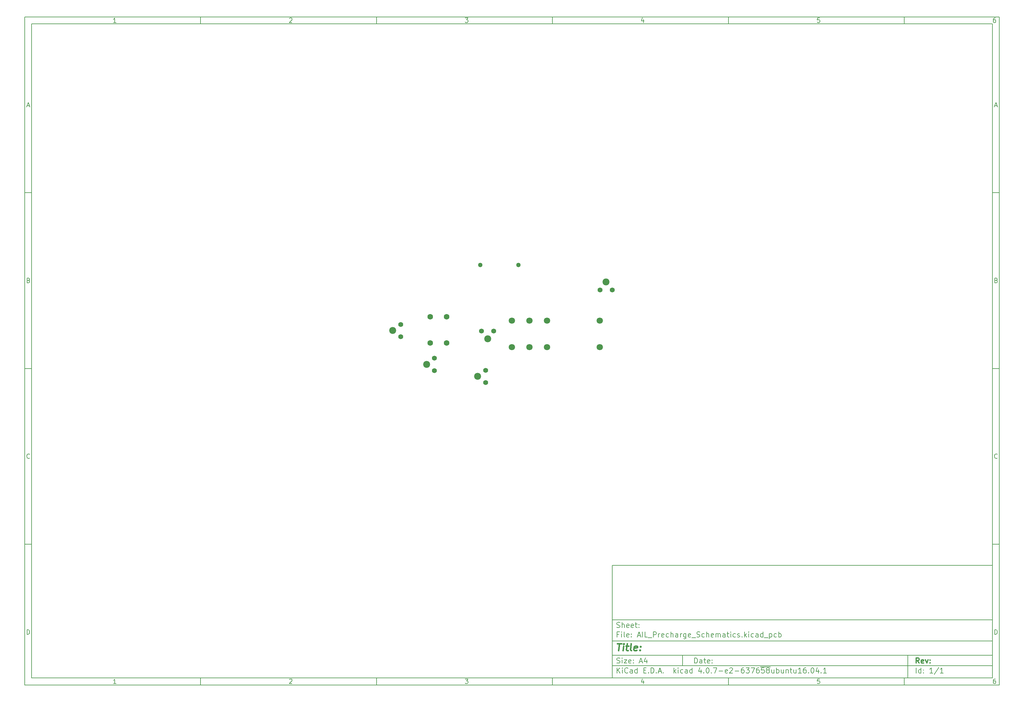
<source format=gbr>
G04 #@! TF.FileFunction,Soldermask,Bot*
%FSLAX46Y46*%
G04 Gerber Fmt 4.6, Leading zero omitted, Abs format (unit mm)*
G04 Created by KiCad (PCBNEW 4.0.7-e2-6376~58~ubuntu16.04.1) date Thu Nov  9 22:46:50 2017*
%MOMM*%
%LPD*%
G01*
G04 APERTURE LIST*
%ADD10C,0.100000*%
%ADD11C,0.150000*%
%ADD12C,0.300000*%
%ADD13C,0.400000*%
%ADD14C,1.397000*%
%ADD15C,1.981000*%
%ADD16C,1.600000*%
%ADD17C,1.800000*%
%ADD18C,1.300000*%
G04 APERTURE END LIST*
D10*
D11*
X177002200Y-166007200D02*
X177002200Y-198007200D01*
X285002200Y-198007200D01*
X285002200Y-166007200D01*
X177002200Y-166007200D01*
D10*
D11*
X10000000Y-10000000D02*
X10000000Y-200007200D01*
X287002200Y-200007200D01*
X287002200Y-10000000D01*
X10000000Y-10000000D01*
D10*
D11*
X12000000Y-12000000D02*
X12000000Y-198007200D01*
X285002200Y-198007200D01*
X285002200Y-12000000D01*
X12000000Y-12000000D01*
D10*
D11*
X60000000Y-12000000D02*
X60000000Y-10000000D01*
D10*
D11*
X110000000Y-12000000D02*
X110000000Y-10000000D01*
D10*
D11*
X160000000Y-12000000D02*
X160000000Y-10000000D01*
D10*
D11*
X210000000Y-12000000D02*
X210000000Y-10000000D01*
D10*
D11*
X260000000Y-12000000D02*
X260000000Y-10000000D01*
D10*
D11*
X35990476Y-11588095D02*
X35247619Y-11588095D01*
X35619048Y-11588095D02*
X35619048Y-10288095D01*
X35495238Y-10473810D01*
X35371429Y-10597619D01*
X35247619Y-10659524D01*
D10*
D11*
X85247619Y-10411905D02*
X85309524Y-10350000D01*
X85433333Y-10288095D01*
X85742857Y-10288095D01*
X85866667Y-10350000D01*
X85928571Y-10411905D01*
X85990476Y-10535714D01*
X85990476Y-10659524D01*
X85928571Y-10845238D01*
X85185714Y-11588095D01*
X85990476Y-11588095D01*
D10*
D11*
X135185714Y-10288095D02*
X135990476Y-10288095D01*
X135557143Y-10783333D01*
X135742857Y-10783333D01*
X135866667Y-10845238D01*
X135928571Y-10907143D01*
X135990476Y-11030952D01*
X135990476Y-11340476D01*
X135928571Y-11464286D01*
X135866667Y-11526190D01*
X135742857Y-11588095D01*
X135371429Y-11588095D01*
X135247619Y-11526190D01*
X135185714Y-11464286D01*
D10*
D11*
X185866667Y-10721429D02*
X185866667Y-11588095D01*
X185557143Y-10226190D02*
X185247619Y-11154762D01*
X186052381Y-11154762D01*
D10*
D11*
X235928571Y-10288095D02*
X235309524Y-10288095D01*
X235247619Y-10907143D01*
X235309524Y-10845238D01*
X235433333Y-10783333D01*
X235742857Y-10783333D01*
X235866667Y-10845238D01*
X235928571Y-10907143D01*
X235990476Y-11030952D01*
X235990476Y-11340476D01*
X235928571Y-11464286D01*
X235866667Y-11526190D01*
X235742857Y-11588095D01*
X235433333Y-11588095D01*
X235309524Y-11526190D01*
X235247619Y-11464286D01*
D10*
D11*
X285866667Y-10288095D02*
X285619048Y-10288095D01*
X285495238Y-10350000D01*
X285433333Y-10411905D01*
X285309524Y-10597619D01*
X285247619Y-10845238D01*
X285247619Y-11340476D01*
X285309524Y-11464286D01*
X285371429Y-11526190D01*
X285495238Y-11588095D01*
X285742857Y-11588095D01*
X285866667Y-11526190D01*
X285928571Y-11464286D01*
X285990476Y-11340476D01*
X285990476Y-11030952D01*
X285928571Y-10907143D01*
X285866667Y-10845238D01*
X285742857Y-10783333D01*
X285495238Y-10783333D01*
X285371429Y-10845238D01*
X285309524Y-10907143D01*
X285247619Y-11030952D01*
D10*
D11*
X60000000Y-198007200D02*
X60000000Y-200007200D01*
D10*
D11*
X110000000Y-198007200D02*
X110000000Y-200007200D01*
D10*
D11*
X160000000Y-198007200D02*
X160000000Y-200007200D01*
D10*
D11*
X210000000Y-198007200D02*
X210000000Y-200007200D01*
D10*
D11*
X260000000Y-198007200D02*
X260000000Y-200007200D01*
D10*
D11*
X35990476Y-199595295D02*
X35247619Y-199595295D01*
X35619048Y-199595295D02*
X35619048Y-198295295D01*
X35495238Y-198481010D01*
X35371429Y-198604819D01*
X35247619Y-198666724D01*
D10*
D11*
X85247619Y-198419105D02*
X85309524Y-198357200D01*
X85433333Y-198295295D01*
X85742857Y-198295295D01*
X85866667Y-198357200D01*
X85928571Y-198419105D01*
X85990476Y-198542914D01*
X85990476Y-198666724D01*
X85928571Y-198852438D01*
X85185714Y-199595295D01*
X85990476Y-199595295D01*
D10*
D11*
X135185714Y-198295295D02*
X135990476Y-198295295D01*
X135557143Y-198790533D01*
X135742857Y-198790533D01*
X135866667Y-198852438D01*
X135928571Y-198914343D01*
X135990476Y-199038152D01*
X135990476Y-199347676D01*
X135928571Y-199471486D01*
X135866667Y-199533390D01*
X135742857Y-199595295D01*
X135371429Y-199595295D01*
X135247619Y-199533390D01*
X135185714Y-199471486D01*
D10*
D11*
X185866667Y-198728629D02*
X185866667Y-199595295D01*
X185557143Y-198233390D02*
X185247619Y-199161962D01*
X186052381Y-199161962D01*
D10*
D11*
X235928571Y-198295295D02*
X235309524Y-198295295D01*
X235247619Y-198914343D01*
X235309524Y-198852438D01*
X235433333Y-198790533D01*
X235742857Y-198790533D01*
X235866667Y-198852438D01*
X235928571Y-198914343D01*
X235990476Y-199038152D01*
X235990476Y-199347676D01*
X235928571Y-199471486D01*
X235866667Y-199533390D01*
X235742857Y-199595295D01*
X235433333Y-199595295D01*
X235309524Y-199533390D01*
X235247619Y-199471486D01*
D10*
D11*
X285866667Y-198295295D02*
X285619048Y-198295295D01*
X285495238Y-198357200D01*
X285433333Y-198419105D01*
X285309524Y-198604819D01*
X285247619Y-198852438D01*
X285247619Y-199347676D01*
X285309524Y-199471486D01*
X285371429Y-199533390D01*
X285495238Y-199595295D01*
X285742857Y-199595295D01*
X285866667Y-199533390D01*
X285928571Y-199471486D01*
X285990476Y-199347676D01*
X285990476Y-199038152D01*
X285928571Y-198914343D01*
X285866667Y-198852438D01*
X285742857Y-198790533D01*
X285495238Y-198790533D01*
X285371429Y-198852438D01*
X285309524Y-198914343D01*
X285247619Y-199038152D01*
D10*
D11*
X10000000Y-60000000D02*
X12000000Y-60000000D01*
D10*
D11*
X10000000Y-110000000D02*
X12000000Y-110000000D01*
D10*
D11*
X10000000Y-160000000D02*
X12000000Y-160000000D01*
D10*
D11*
X10690476Y-35216667D02*
X11309524Y-35216667D01*
X10566667Y-35588095D02*
X11000000Y-34288095D01*
X11433333Y-35588095D01*
D10*
D11*
X11092857Y-84907143D02*
X11278571Y-84969048D01*
X11340476Y-85030952D01*
X11402381Y-85154762D01*
X11402381Y-85340476D01*
X11340476Y-85464286D01*
X11278571Y-85526190D01*
X11154762Y-85588095D01*
X10659524Y-85588095D01*
X10659524Y-84288095D01*
X11092857Y-84288095D01*
X11216667Y-84350000D01*
X11278571Y-84411905D01*
X11340476Y-84535714D01*
X11340476Y-84659524D01*
X11278571Y-84783333D01*
X11216667Y-84845238D01*
X11092857Y-84907143D01*
X10659524Y-84907143D01*
D10*
D11*
X11402381Y-135464286D02*
X11340476Y-135526190D01*
X11154762Y-135588095D01*
X11030952Y-135588095D01*
X10845238Y-135526190D01*
X10721429Y-135402381D01*
X10659524Y-135278571D01*
X10597619Y-135030952D01*
X10597619Y-134845238D01*
X10659524Y-134597619D01*
X10721429Y-134473810D01*
X10845238Y-134350000D01*
X11030952Y-134288095D01*
X11154762Y-134288095D01*
X11340476Y-134350000D01*
X11402381Y-134411905D01*
D10*
D11*
X10659524Y-185588095D02*
X10659524Y-184288095D01*
X10969048Y-184288095D01*
X11154762Y-184350000D01*
X11278571Y-184473810D01*
X11340476Y-184597619D01*
X11402381Y-184845238D01*
X11402381Y-185030952D01*
X11340476Y-185278571D01*
X11278571Y-185402381D01*
X11154762Y-185526190D01*
X10969048Y-185588095D01*
X10659524Y-185588095D01*
D10*
D11*
X287002200Y-60000000D02*
X285002200Y-60000000D01*
D10*
D11*
X287002200Y-110000000D02*
X285002200Y-110000000D01*
D10*
D11*
X287002200Y-160000000D02*
X285002200Y-160000000D01*
D10*
D11*
X285692676Y-35216667D02*
X286311724Y-35216667D01*
X285568867Y-35588095D02*
X286002200Y-34288095D01*
X286435533Y-35588095D01*
D10*
D11*
X286095057Y-84907143D02*
X286280771Y-84969048D01*
X286342676Y-85030952D01*
X286404581Y-85154762D01*
X286404581Y-85340476D01*
X286342676Y-85464286D01*
X286280771Y-85526190D01*
X286156962Y-85588095D01*
X285661724Y-85588095D01*
X285661724Y-84288095D01*
X286095057Y-84288095D01*
X286218867Y-84350000D01*
X286280771Y-84411905D01*
X286342676Y-84535714D01*
X286342676Y-84659524D01*
X286280771Y-84783333D01*
X286218867Y-84845238D01*
X286095057Y-84907143D01*
X285661724Y-84907143D01*
D10*
D11*
X286404581Y-135464286D02*
X286342676Y-135526190D01*
X286156962Y-135588095D01*
X286033152Y-135588095D01*
X285847438Y-135526190D01*
X285723629Y-135402381D01*
X285661724Y-135278571D01*
X285599819Y-135030952D01*
X285599819Y-134845238D01*
X285661724Y-134597619D01*
X285723629Y-134473810D01*
X285847438Y-134350000D01*
X286033152Y-134288095D01*
X286156962Y-134288095D01*
X286342676Y-134350000D01*
X286404581Y-134411905D01*
D10*
D11*
X285661724Y-185588095D02*
X285661724Y-184288095D01*
X285971248Y-184288095D01*
X286156962Y-184350000D01*
X286280771Y-184473810D01*
X286342676Y-184597619D01*
X286404581Y-184845238D01*
X286404581Y-185030952D01*
X286342676Y-185278571D01*
X286280771Y-185402381D01*
X286156962Y-185526190D01*
X285971248Y-185588095D01*
X285661724Y-185588095D01*
D10*
D11*
X200359343Y-193785771D02*
X200359343Y-192285771D01*
X200716486Y-192285771D01*
X200930771Y-192357200D01*
X201073629Y-192500057D01*
X201145057Y-192642914D01*
X201216486Y-192928629D01*
X201216486Y-193142914D01*
X201145057Y-193428629D01*
X201073629Y-193571486D01*
X200930771Y-193714343D01*
X200716486Y-193785771D01*
X200359343Y-193785771D01*
X202502200Y-193785771D02*
X202502200Y-193000057D01*
X202430771Y-192857200D01*
X202287914Y-192785771D01*
X202002200Y-192785771D01*
X201859343Y-192857200D01*
X202502200Y-193714343D02*
X202359343Y-193785771D01*
X202002200Y-193785771D01*
X201859343Y-193714343D01*
X201787914Y-193571486D01*
X201787914Y-193428629D01*
X201859343Y-193285771D01*
X202002200Y-193214343D01*
X202359343Y-193214343D01*
X202502200Y-193142914D01*
X203002200Y-192785771D02*
X203573629Y-192785771D01*
X203216486Y-192285771D02*
X203216486Y-193571486D01*
X203287914Y-193714343D01*
X203430772Y-193785771D01*
X203573629Y-193785771D01*
X204645057Y-193714343D02*
X204502200Y-193785771D01*
X204216486Y-193785771D01*
X204073629Y-193714343D01*
X204002200Y-193571486D01*
X204002200Y-193000057D01*
X204073629Y-192857200D01*
X204216486Y-192785771D01*
X204502200Y-192785771D01*
X204645057Y-192857200D01*
X204716486Y-193000057D01*
X204716486Y-193142914D01*
X204002200Y-193285771D01*
X205359343Y-193642914D02*
X205430771Y-193714343D01*
X205359343Y-193785771D01*
X205287914Y-193714343D01*
X205359343Y-193642914D01*
X205359343Y-193785771D01*
X205359343Y-192857200D02*
X205430771Y-192928629D01*
X205359343Y-193000057D01*
X205287914Y-192928629D01*
X205359343Y-192857200D01*
X205359343Y-193000057D01*
D10*
D11*
X177002200Y-194507200D02*
X285002200Y-194507200D01*
D10*
D11*
X178359343Y-196585771D02*
X178359343Y-195085771D01*
X179216486Y-196585771D02*
X178573629Y-195728629D01*
X179216486Y-195085771D02*
X178359343Y-195942914D01*
X179859343Y-196585771D02*
X179859343Y-195585771D01*
X179859343Y-195085771D02*
X179787914Y-195157200D01*
X179859343Y-195228629D01*
X179930771Y-195157200D01*
X179859343Y-195085771D01*
X179859343Y-195228629D01*
X181430772Y-196442914D02*
X181359343Y-196514343D01*
X181145057Y-196585771D01*
X181002200Y-196585771D01*
X180787915Y-196514343D01*
X180645057Y-196371486D01*
X180573629Y-196228629D01*
X180502200Y-195942914D01*
X180502200Y-195728629D01*
X180573629Y-195442914D01*
X180645057Y-195300057D01*
X180787915Y-195157200D01*
X181002200Y-195085771D01*
X181145057Y-195085771D01*
X181359343Y-195157200D01*
X181430772Y-195228629D01*
X182716486Y-196585771D02*
X182716486Y-195800057D01*
X182645057Y-195657200D01*
X182502200Y-195585771D01*
X182216486Y-195585771D01*
X182073629Y-195657200D01*
X182716486Y-196514343D02*
X182573629Y-196585771D01*
X182216486Y-196585771D01*
X182073629Y-196514343D01*
X182002200Y-196371486D01*
X182002200Y-196228629D01*
X182073629Y-196085771D01*
X182216486Y-196014343D01*
X182573629Y-196014343D01*
X182716486Y-195942914D01*
X184073629Y-196585771D02*
X184073629Y-195085771D01*
X184073629Y-196514343D02*
X183930772Y-196585771D01*
X183645058Y-196585771D01*
X183502200Y-196514343D01*
X183430772Y-196442914D01*
X183359343Y-196300057D01*
X183359343Y-195871486D01*
X183430772Y-195728629D01*
X183502200Y-195657200D01*
X183645058Y-195585771D01*
X183930772Y-195585771D01*
X184073629Y-195657200D01*
X185930772Y-195800057D02*
X186430772Y-195800057D01*
X186645058Y-196585771D02*
X185930772Y-196585771D01*
X185930772Y-195085771D01*
X186645058Y-195085771D01*
X187287915Y-196442914D02*
X187359343Y-196514343D01*
X187287915Y-196585771D01*
X187216486Y-196514343D01*
X187287915Y-196442914D01*
X187287915Y-196585771D01*
X188002201Y-196585771D02*
X188002201Y-195085771D01*
X188359344Y-195085771D01*
X188573629Y-195157200D01*
X188716487Y-195300057D01*
X188787915Y-195442914D01*
X188859344Y-195728629D01*
X188859344Y-195942914D01*
X188787915Y-196228629D01*
X188716487Y-196371486D01*
X188573629Y-196514343D01*
X188359344Y-196585771D01*
X188002201Y-196585771D01*
X189502201Y-196442914D02*
X189573629Y-196514343D01*
X189502201Y-196585771D01*
X189430772Y-196514343D01*
X189502201Y-196442914D01*
X189502201Y-196585771D01*
X190145058Y-196157200D02*
X190859344Y-196157200D01*
X190002201Y-196585771D02*
X190502201Y-195085771D01*
X191002201Y-196585771D01*
X191502201Y-196442914D02*
X191573629Y-196514343D01*
X191502201Y-196585771D01*
X191430772Y-196514343D01*
X191502201Y-196442914D01*
X191502201Y-196585771D01*
X194502201Y-196585771D02*
X194502201Y-195085771D01*
X194645058Y-196014343D02*
X195073629Y-196585771D01*
X195073629Y-195585771D02*
X194502201Y-196157200D01*
X195716487Y-196585771D02*
X195716487Y-195585771D01*
X195716487Y-195085771D02*
X195645058Y-195157200D01*
X195716487Y-195228629D01*
X195787915Y-195157200D01*
X195716487Y-195085771D01*
X195716487Y-195228629D01*
X197073630Y-196514343D02*
X196930773Y-196585771D01*
X196645059Y-196585771D01*
X196502201Y-196514343D01*
X196430773Y-196442914D01*
X196359344Y-196300057D01*
X196359344Y-195871486D01*
X196430773Y-195728629D01*
X196502201Y-195657200D01*
X196645059Y-195585771D01*
X196930773Y-195585771D01*
X197073630Y-195657200D01*
X198359344Y-196585771D02*
X198359344Y-195800057D01*
X198287915Y-195657200D01*
X198145058Y-195585771D01*
X197859344Y-195585771D01*
X197716487Y-195657200D01*
X198359344Y-196514343D02*
X198216487Y-196585771D01*
X197859344Y-196585771D01*
X197716487Y-196514343D01*
X197645058Y-196371486D01*
X197645058Y-196228629D01*
X197716487Y-196085771D01*
X197859344Y-196014343D01*
X198216487Y-196014343D01*
X198359344Y-195942914D01*
X199716487Y-196585771D02*
X199716487Y-195085771D01*
X199716487Y-196514343D02*
X199573630Y-196585771D01*
X199287916Y-196585771D01*
X199145058Y-196514343D01*
X199073630Y-196442914D01*
X199002201Y-196300057D01*
X199002201Y-195871486D01*
X199073630Y-195728629D01*
X199145058Y-195657200D01*
X199287916Y-195585771D01*
X199573630Y-195585771D01*
X199716487Y-195657200D01*
X202216487Y-195585771D02*
X202216487Y-196585771D01*
X201859344Y-195014343D02*
X201502201Y-196085771D01*
X202430773Y-196085771D01*
X203002201Y-196442914D02*
X203073629Y-196514343D01*
X203002201Y-196585771D01*
X202930772Y-196514343D01*
X203002201Y-196442914D01*
X203002201Y-196585771D01*
X204002201Y-195085771D02*
X204145058Y-195085771D01*
X204287915Y-195157200D01*
X204359344Y-195228629D01*
X204430773Y-195371486D01*
X204502201Y-195657200D01*
X204502201Y-196014343D01*
X204430773Y-196300057D01*
X204359344Y-196442914D01*
X204287915Y-196514343D01*
X204145058Y-196585771D01*
X204002201Y-196585771D01*
X203859344Y-196514343D01*
X203787915Y-196442914D01*
X203716487Y-196300057D01*
X203645058Y-196014343D01*
X203645058Y-195657200D01*
X203716487Y-195371486D01*
X203787915Y-195228629D01*
X203859344Y-195157200D01*
X204002201Y-195085771D01*
X205145058Y-196442914D02*
X205216486Y-196514343D01*
X205145058Y-196585771D01*
X205073629Y-196514343D01*
X205145058Y-196442914D01*
X205145058Y-196585771D01*
X205716487Y-195085771D02*
X206716487Y-195085771D01*
X206073630Y-196585771D01*
X207287915Y-196014343D02*
X208430772Y-196014343D01*
X209716486Y-196514343D02*
X209573629Y-196585771D01*
X209287915Y-196585771D01*
X209145058Y-196514343D01*
X209073629Y-196371486D01*
X209073629Y-195800057D01*
X209145058Y-195657200D01*
X209287915Y-195585771D01*
X209573629Y-195585771D01*
X209716486Y-195657200D01*
X209787915Y-195800057D01*
X209787915Y-195942914D01*
X209073629Y-196085771D01*
X210359343Y-195228629D02*
X210430772Y-195157200D01*
X210573629Y-195085771D01*
X210930772Y-195085771D01*
X211073629Y-195157200D01*
X211145058Y-195228629D01*
X211216486Y-195371486D01*
X211216486Y-195514343D01*
X211145058Y-195728629D01*
X210287915Y-196585771D01*
X211216486Y-196585771D01*
X211859343Y-196014343D02*
X213002200Y-196014343D01*
X214359343Y-195085771D02*
X214073629Y-195085771D01*
X213930772Y-195157200D01*
X213859343Y-195228629D01*
X213716486Y-195442914D01*
X213645057Y-195728629D01*
X213645057Y-196300057D01*
X213716486Y-196442914D01*
X213787914Y-196514343D01*
X213930772Y-196585771D01*
X214216486Y-196585771D01*
X214359343Y-196514343D01*
X214430772Y-196442914D01*
X214502200Y-196300057D01*
X214502200Y-195942914D01*
X214430772Y-195800057D01*
X214359343Y-195728629D01*
X214216486Y-195657200D01*
X213930772Y-195657200D01*
X213787914Y-195728629D01*
X213716486Y-195800057D01*
X213645057Y-195942914D01*
X215002200Y-195085771D02*
X215930771Y-195085771D01*
X215430771Y-195657200D01*
X215645057Y-195657200D01*
X215787914Y-195728629D01*
X215859343Y-195800057D01*
X215930771Y-195942914D01*
X215930771Y-196300057D01*
X215859343Y-196442914D01*
X215787914Y-196514343D01*
X215645057Y-196585771D01*
X215216485Y-196585771D01*
X215073628Y-196514343D01*
X215002200Y-196442914D01*
X216430771Y-195085771D02*
X217430771Y-195085771D01*
X216787914Y-196585771D01*
X218645056Y-195085771D02*
X218359342Y-195085771D01*
X218216485Y-195157200D01*
X218145056Y-195228629D01*
X218002199Y-195442914D01*
X217930770Y-195728629D01*
X217930770Y-196300057D01*
X218002199Y-196442914D01*
X218073627Y-196514343D01*
X218216485Y-196585771D01*
X218502199Y-196585771D01*
X218645056Y-196514343D01*
X218716485Y-196442914D01*
X218787913Y-196300057D01*
X218787913Y-195942914D01*
X218716485Y-195800057D01*
X218645056Y-195728629D01*
X218502199Y-195657200D01*
X218216485Y-195657200D01*
X218073627Y-195728629D01*
X218002199Y-195800057D01*
X217930770Y-195942914D01*
X220145056Y-195085771D02*
X219430770Y-195085771D01*
X219359341Y-195800057D01*
X219430770Y-195728629D01*
X219573627Y-195657200D01*
X219930770Y-195657200D01*
X220073627Y-195728629D01*
X220145056Y-195800057D01*
X220216484Y-195942914D01*
X220216484Y-196300057D01*
X220145056Y-196442914D01*
X220073627Y-196514343D01*
X219930770Y-196585771D01*
X219573627Y-196585771D01*
X219430770Y-196514343D01*
X219359341Y-196442914D01*
X221073627Y-195728629D02*
X220930769Y-195657200D01*
X220859341Y-195585771D01*
X220787912Y-195442914D01*
X220787912Y-195371486D01*
X220859341Y-195228629D01*
X220930769Y-195157200D01*
X221073627Y-195085771D01*
X221359341Y-195085771D01*
X221502198Y-195157200D01*
X221573627Y-195228629D01*
X221645055Y-195371486D01*
X221645055Y-195442914D01*
X221573627Y-195585771D01*
X221502198Y-195657200D01*
X221359341Y-195728629D01*
X221073627Y-195728629D01*
X220930769Y-195800057D01*
X220859341Y-195871486D01*
X220787912Y-196014343D01*
X220787912Y-196300057D01*
X220859341Y-196442914D01*
X220930769Y-196514343D01*
X221073627Y-196585771D01*
X221359341Y-196585771D01*
X221502198Y-196514343D01*
X221573627Y-196442914D01*
X221645055Y-196300057D01*
X221645055Y-196014343D01*
X221573627Y-195871486D01*
X221502198Y-195800057D01*
X221359341Y-195728629D01*
X219073627Y-194827200D02*
X221930769Y-194827200D01*
X222930769Y-195585771D02*
X222930769Y-196585771D01*
X222287912Y-195585771D02*
X222287912Y-196371486D01*
X222359340Y-196514343D01*
X222502198Y-196585771D01*
X222716483Y-196585771D01*
X222859340Y-196514343D01*
X222930769Y-196442914D01*
X223645055Y-196585771D02*
X223645055Y-195085771D01*
X223645055Y-195657200D02*
X223787912Y-195585771D01*
X224073626Y-195585771D01*
X224216483Y-195657200D01*
X224287912Y-195728629D01*
X224359341Y-195871486D01*
X224359341Y-196300057D01*
X224287912Y-196442914D01*
X224216483Y-196514343D01*
X224073626Y-196585771D01*
X223787912Y-196585771D01*
X223645055Y-196514343D01*
X225645055Y-195585771D02*
X225645055Y-196585771D01*
X225002198Y-195585771D02*
X225002198Y-196371486D01*
X225073626Y-196514343D01*
X225216484Y-196585771D01*
X225430769Y-196585771D01*
X225573626Y-196514343D01*
X225645055Y-196442914D01*
X226359341Y-195585771D02*
X226359341Y-196585771D01*
X226359341Y-195728629D02*
X226430769Y-195657200D01*
X226573627Y-195585771D01*
X226787912Y-195585771D01*
X226930769Y-195657200D01*
X227002198Y-195800057D01*
X227002198Y-196585771D01*
X227502198Y-195585771D02*
X228073627Y-195585771D01*
X227716484Y-195085771D02*
X227716484Y-196371486D01*
X227787912Y-196514343D01*
X227930770Y-196585771D01*
X228073627Y-196585771D01*
X229216484Y-195585771D02*
X229216484Y-196585771D01*
X228573627Y-195585771D02*
X228573627Y-196371486D01*
X228645055Y-196514343D01*
X228787913Y-196585771D01*
X229002198Y-196585771D01*
X229145055Y-196514343D01*
X229216484Y-196442914D01*
X230716484Y-196585771D02*
X229859341Y-196585771D01*
X230287913Y-196585771D02*
X230287913Y-195085771D01*
X230145056Y-195300057D01*
X230002198Y-195442914D01*
X229859341Y-195514343D01*
X232002198Y-195085771D02*
X231716484Y-195085771D01*
X231573627Y-195157200D01*
X231502198Y-195228629D01*
X231359341Y-195442914D01*
X231287912Y-195728629D01*
X231287912Y-196300057D01*
X231359341Y-196442914D01*
X231430769Y-196514343D01*
X231573627Y-196585771D01*
X231859341Y-196585771D01*
X232002198Y-196514343D01*
X232073627Y-196442914D01*
X232145055Y-196300057D01*
X232145055Y-195942914D01*
X232073627Y-195800057D01*
X232002198Y-195728629D01*
X231859341Y-195657200D01*
X231573627Y-195657200D01*
X231430769Y-195728629D01*
X231359341Y-195800057D01*
X231287912Y-195942914D01*
X232787912Y-196442914D02*
X232859340Y-196514343D01*
X232787912Y-196585771D01*
X232716483Y-196514343D01*
X232787912Y-196442914D01*
X232787912Y-196585771D01*
X233787912Y-195085771D02*
X233930769Y-195085771D01*
X234073626Y-195157200D01*
X234145055Y-195228629D01*
X234216484Y-195371486D01*
X234287912Y-195657200D01*
X234287912Y-196014343D01*
X234216484Y-196300057D01*
X234145055Y-196442914D01*
X234073626Y-196514343D01*
X233930769Y-196585771D01*
X233787912Y-196585771D01*
X233645055Y-196514343D01*
X233573626Y-196442914D01*
X233502198Y-196300057D01*
X233430769Y-196014343D01*
X233430769Y-195657200D01*
X233502198Y-195371486D01*
X233573626Y-195228629D01*
X233645055Y-195157200D01*
X233787912Y-195085771D01*
X235573626Y-195585771D02*
X235573626Y-196585771D01*
X235216483Y-195014343D02*
X234859340Y-196085771D01*
X235787912Y-196085771D01*
X236359340Y-196442914D02*
X236430768Y-196514343D01*
X236359340Y-196585771D01*
X236287911Y-196514343D01*
X236359340Y-196442914D01*
X236359340Y-196585771D01*
X237859340Y-196585771D02*
X237002197Y-196585771D01*
X237430769Y-196585771D02*
X237430769Y-195085771D01*
X237287912Y-195300057D01*
X237145054Y-195442914D01*
X237002197Y-195514343D01*
D10*
D11*
X177002200Y-191507200D02*
X285002200Y-191507200D01*
D10*
D12*
X264216486Y-193785771D02*
X263716486Y-193071486D01*
X263359343Y-193785771D02*
X263359343Y-192285771D01*
X263930771Y-192285771D01*
X264073629Y-192357200D01*
X264145057Y-192428629D01*
X264216486Y-192571486D01*
X264216486Y-192785771D01*
X264145057Y-192928629D01*
X264073629Y-193000057D01*
X263930771Y-193071486D01*
X263359343Y-193071486D01*
X265430771Y-193714343D02*
X265287914Y-193785771D01*
X265002200Y-193785771D01*
X264859343Y-193714343D01*
X264787914Y-193571486D01*
X264787914Y-193000057D01*
X264859343Y-192857200D01*
X265002200Y-192785771D01*
X265287914Y-192785771D01*
X265430771Y-192857200D01*
X265502200Y-193000057D01*
X265502200Y-193142914D01*
X264787914Y-193285771D01*
X266002200Y-192785771D02*
X266359343Y-193785771D01*
X266716485Y-192785771D01*
X267287914Y-193642914D02*
X267359342Y-193714343D01*
X267287914Y-193785771D01*
X267216485Y-193714343D01*
X267287914Y-193642914D01*
X267287914Y-193785771D01*
X267287914Y-192857200D02*
X267359342Y-192928629D01*
X267287914Y-193000057D01*
X267216485Y-192928629D01*
X267287914Y-192857200D01*
X267287914Y-193000057D01*
D10*
D11*
X178287914Y-193714343D02*
X178502200Y-193785771D01*
X178859343Y-193785771D01*
X179002200Y-193714343D01*
X179073629Y-193642914D01*
X179145057Y-193500057D01*
X179145057Y-193357200D01*
X179073629Y-193214343D01*
X179002200Y-193142914D01*
X178859343Y-193071486D01*
X178573629Y-193000057D01*
X178430771Y-192928629D01*
X178359343Y-192857200D01*
X178287914Y-192714343D01*
X178287914Y-192571486D01*
X178359343Y-192428629D01*
X178430771Y-192357200D01*
X178573629Y-192285771D01*
X178930771Y-192285771D01*
X179145057Y-192357200D01*
X179787914Y-193785771D02*
X179787914Y-192785771D01*
X179787914Y-192285771D02*
X179716485Y-192357200D01*
X179787914Y-192428629D01*
X179859342Y-192357200D01*
X179787914Y-192285771D01*
X179787914Y-192428629D01*
X180359343Y-192785771D02*
X181145057Y-192785771D01*
X180359343Y-193785771D01*
X181145057Y-193785771D01*
X182287914Y-193714343D02*
X182145057Y-193785771D01*
X181859343Y-193785771D01*
X181716486Y-193714343D01*
X181645057Y-193571486D01*
X181645057Y-193000057D01*
X181716486Y-192857200D01*
X181859343Y-192785771D01*
X182145057Y-192785771D01*
X182287914Y-192857200D01*
X182359343Y-193000057D01*
X182359343Y-193142914D01*
X181645057Y-193285771D01*
X183002200Y-193642914D02*
X183073628Y-193714343D01*
X183002200Y-193785771D01*
X182930771Y-193714343D01*
X183002200Y-193642914D01*
X183002200Y-193785771D01*
X183002200Y-192857200D02*
X183073628Y-192928629D01*
X183002200Y-193000057D01*
X182930771Y-192928629D01*
X183002200Y-192857200D01*
X183002200Y-193000057D01*
X184787914Y-193357200D02*
X185502200Y-193357200D01*
X184645057Y-193785771D02*
X185145057Y-192285771D01*
X185645057Y-193785771D01*
X186787914Y-192785771D02*
X186787914Y-193785771D01*
X186430771Y-192214343D02*
X186073628Y-193285771D01*
X187002200Y-193285771D01*
D10*
D11*
X263359343Y-196585771D02*
X263359343Y-195085771D01*
X264716486Y-196585771D02*
X264716486Y-195085771D01*
X264716486Y-196514343D02*
X264573629Y-196585771D01*
X264287915Y-196585771D01*
X264145057Y-196514343D01*
X264073629Y-196442914D01*
X264002200Y-196300057D01*
X264002200Y-195871486D01*
X264073629Y-195728629D01*
X264145057Y-195657200D01*
X264287915Y-195585771D01*
X264573629Y-195585771D01*
X264716486Y-195657200D01*
X265430772Y-196442914D02*
X265502200Y-196514343D01*
X265430772Y-196585771D01*
X265359343Y-196514343D01*
X265430772Y-196442914D01*
X265430772Y-196585771D01*
X265430772Y-195657200D02*
X265502200Y-195728629D01*
X265430772Y-195800057D01*
X265359343Y-195728629D01*
X265430772Y-195657200D01*
X265430772Y-195800057D01*
X268073629Y-196585771D02*
X267216486Y-196585771D01*
X267645058Y-196585771D02*
X267645058Y-195085771D01*
X267502201Y-195300057D01*
X267359343Y-195442914D01*
X267216486Y-195514343D01*
X269787914Y-195014343D02*
X268502200Y-196942914D01*
X271073629Y-196585771D02*
X270216486Y-196585771D01*
X270645058Y-196585771D02*
X270645058Y-195085771D01*
X270502201Y-195300057D01*
X270359343Y-195442914D01*
X270216486Y-195514343D01*
D10*
D11*
X177002200Y-187507200D02*
X285002200Y-187507200D01*
D10*
D13*
X178454581Y-188211962D02*
X179597438Y-188211962D01*
X178776010Y-190211962D02*
X179026010Y-188211962D01*
X180014105Y-190211962D02*
X180180771Y-188878629D01*
X180264105Y-188211962D02*
X180156962Y-188307200D01*
X180240295Y-188402438D01*
X180347439Y-188307200D01*
X180264105Y-188211962D01*
X180240295Y-188402438D01*
X180847438Y-188878629D02*
X181609343Y-188878629D01*
X181216486Y-188211962D02*
X181002200Y-189926248D01*
X181073630Y-190116724D01*
X181252201Y-190211962D01*
X181442677Y-190211962D01*
X182395058Y-190211962D02*
X182216487Y-190116724D01*
X182145057Y-189926248D01*
X182359343Y-188211962D01*
X183930772Y-190116724D02*
X183728391Y-190211962D01*
X183347439Y-190211962D01*
X183168867Y-190116724D01*
X183097438Y-189926248D01*
X183192676Y-189164343D01*
X183311724Y-188973867D01*
X183514105Y-188878629D01*
X183895057Y-188878629D01*
X184073629Y-188973867D01*
X184145057Y-189164343D01*
X184121248Y-189354819D01*
X183145057Y-189545295D01*
X184895057Y-190021486D02*
X184978392Y-190116724D01*
X184871248Y-190211962D01*
X184787915Y-190116724D01*
X184895057Y-190021486D01*
X184871248Y-190211962D01*
X185026010Y-188973867D02*
X185109344Y-189069105D01*
X185002200Y-189164343D01*
X184918867Y-189069105D01*
X185026010Y-188973867D01*
X185002200Y-189164343D01*
D10*
D11*
X178859343Y-185600057D02*
X178359343Y-185600057D01*
X178359343Y-186385771D02*
X178359343Y-184885771D01*
X179073629Y-184885771D01*
X179645057Y-186385771D02*
X179645057Y-185385771D01*
X179645057Y-184885771D02*
X179573628Y-184957200D01*
X179645057Y-185028629D01*
X179716485Y-184957200D01*
X179645057Y-184885771D01*
X179645057Y-185028629D01*
X180573629Y-186385771D02*
X180430771Y-186314343D01*
X180359343Y-186171486D01*
X180359343Y-184885771D01*
X181716485Y-186314343D02*
X181573628Y-186385771D01*
X181287914Y-186385771D01*
X181145057Y-186314343D01*
X181073628Y-186171486D01*
X181073628Y-185600057D01*
X181145057Y-185457200D01*
X181287914Y-185385771D01*
X181573628Y-185385771D01*
X181716485Y-185457200D01*
X181787914Y-185600057D01*
X181787914Y-185742914D01*
X181073628Y-185885771D01*
X182430771Y-186242914D02*
X182502199Y-186314343D01*
X182430771Y-186385771D01*
X182359342Y-186314343D01*
X182430771Y-186242914D01*
X182430771Y-186385771D01*
X182430771Y-185457200D02*
X182502199Y-185528629D01*
X182430771Y-185600057D01*
X182359342Y-185528629D01*
X182430771Y-185457200D01*
X182430771Y-185600057D01*
X184216485Y-185957200D02*
X184930771Y-185957200D01*
X184073628Y-186385771D02*
X184573628Y-184885771D01*
X185073628Y-186385771D01*
X185573628Y-186385771D02*
X185573628Y-184885771D01*
X187002200Y-186385771D02*
X186287914Y-186385771D01*
X186287914Y-184885771D01*
X187145057Y-186528629D02*
X188287914Y-186528629D01*
X188645057Y-186385771D02*
X188645057Y-184885771D01*
X189216485Y-184885771D01*
X189359343Y-184957200D01*
X189430771Y-185028629D01*
X189502200Y-185171486D01*
X189502200Y-185385771D01*
X189430771Y-185528629D01*
X189359343Y-185600057D01*
X189216485Y-185671486D01*
X188645057Y-185671486D01*
X190145057Y-186385771D02*
X190145057Y-185385771D01*
X190145057Y-185671486D02*
X190216485Y-185528629D01*
X190287914Y-185457200D01*
X190430771Y-185385771D01*
X190573628Y-185385771D01*
X191645056Y-186314343D02*
X191502199Y-186385771D01*
X191216485Y-186385771D01*
X191073628Y-186314343D01*
X191002199Y-186171486D01*
X191002199Y-185600057D01*
X191073628Y-185457200D01*
X191216485Y-185385771D01*
X191502199Y-185385771D01*
X191645056Y-185457200D01*
X191716485Y-185600057D01*
X191716485Y-185742914D01*
X191002199Y-185885771D01*
X193002199Y-186314343D02*
X192859342Y-186385771D01*
X192573628Y-186385771D01*
X192430770Y-186314343D01*
X192359342Y-186242914D01*
X192287913Y-186100057D01*
X192287913Y-185671486D01*
X192359342Y-185528629D01*
X192430770Y-185457200D01*
X192573628Y-185385771D01*
X192859342Y-185385771D01*
X193002199Y-185457200D01*
X193645056Y-186385771D02*
X193645056Y-184885771D01*
X194287913Y-186385771D02*
X194287913Y-185600057D01*
X194216484Y-185457200D01*
X194073627Y-185385771D01*
X193859342Y-185385771D01*
X193716484Y-185457200D01*
X193645056Y-185528629D01*
X195645056Y-186385771D02*
X195645056Y-185600057D01*
X195573627Y-185457200D01*
X195430770Y-185385771D01*
X195145056Y-185385771D01*
X195002199Y-185457200D01*
X195645056Y-186314343D02*
X195502199Y-186385771D01*
X195145056Y-186385771D01*
X195002199Y-186314343D01*
X194930770Y-186171486D01*
X194930770Y-186028629D01*
X195002199Y-185885771D01*
X195145056Y-185814343D01*
X195502199Y-185814343D01*
X195645056Y-185742914D01*
X196359342Y-186385771D02*
X196359342Y-185385771D01*
X196359342Y-185671486D02*
X196430770Y-185528629D01*
X196502199Y-185457200D01*
X196645056Y-185385771D01*
X196787913Y-185385771D01*
X197930770Y-185385771D02*
X197930770Y-186600057D01*
X197859341Y-186742914D01*
X197787913Y-186814343D01*
X197645056Y-186885771D01*
X197430770Y-186885771D01*
X197287913Y-186814343D01*
X197930770Y-186314343D02*
X197787913Y-186385771D01*
X197502199Y-186385771D01*
X197359341Y-186314343D01*
X197287913Y-186242914D01*
X197216484Y-186100057D01*
X197216484Y-185671486D01*
X197287913Y-185528629D01*
X197359341Y-185457200D01*
X197502199Y-185385771D01*
X197787913Y-185385771D01*
X197930770Y-185457200D01*
X199216484Y-186314343D02*
X199073627Y-186385771D01*
X198787913Y-186385771D01*
X198645056Y-186314343D01*
X198573627Y-186171486D01*
X198573627Y-185600057D01*
X198645056Y-185457200D01*
X198787913Y-185385771D01*
X199073627Y-185385771D01*
X199216484Y-185457200D01*
X199287913Y-185600057D01*
X199287913Y-185742914D01*
X198573627Y-185885771D01*
X199573627Y-186528629D02*
X200716484Y-186528629D01*
X201002198Y-186314343D02*
X201216484Y-186385771D01*
X201573627Y-186385771D01*
X201716484Y-186314343D01*
X201787913Y-186242914D01*
X201859341Y-186100057D01*
X201859341Y-185957200D01*
X201787913Y-185814343D01*
X201716484Y-185742914D01*
X201573627Y-185671486D01*
X201287913Y-185600057D01*
X201145055Y-185528629D01*
X201073627Y-185457200D01*
X201002198Y-185314343D01*
X201002198Y-185171486D01*
X201073627Y-185028629D01*
X201145055Y-184957200D01*
X201287913Y-184885771D01*
X201645055Y-184885771D01*
X201859341Y-184957200D01*
X203145055Y-186314343D02*
X203002198Y-186385771D01*
X202716484Y-186385771D01*
X202573626Y-186314343D01*
X202502198Y-186242914D01*
X202430769Y-186100057D01*
X202430769Y-185671486D01*
X202502198Y-185528629D01*
X202573626Y-185457200D01*
X202716484Y-185385771D01*
X203002198Y-185385771D01*
X203145055Y-185457200D01*
X203787912Y-186385771D02*
X203787912Y-184885771D01*
X204430769Y-186385771D02*
X204430769Y-185600057D01*
X204359340Y-185457200D01*
X204216483Y-185385771D01*
X204002198Y-185385771D01*
X203859340Y-185457200D01*
X203787912Y-185528629D01*
X205716483Y-186314343D02*
X205573626Y-186385771D01*
X205287912Y-186385771D01*
X205145055Y-186314343D01*
X205073626Y-186171486D01*
X205073626Y-185600057D01*
X205145055Y-185457200D01*
X205287912Y-185385771D01*
X205573626Y-185385771D01*
X205716483Y-185457200D01*
X205787912Y-185600057D01*
X205787912Y-185742914D01*
X205073626Y-185885771D01*
X206430769Y-186385771D02*
X206430769Y-185385771D01*
X206430769Y-185528629D02*
X206502197Y-185457200D01*
X206645055Y-185385771D01*
X206859340Y-185385771D01*
X207002197Y-185457200D01*
X207073626Y-185600057D01*
X207073626Y-186385771D01*
X207073626Y-185600057D02*
X207145055Y-185457200D01*
X207287912Y-185385771D01*
X207502197Y-185385771D01*
X207645055Y-185457200D01*
X207716483Y-185600057D01*
X207716483Y-186385771D01*
X209073626Y-186385771D02*
X209073626Y-185600057D01*
X209002197Y-185457200D01*
X208859340Y-185385771D01*
X208573626Y-185385771D01*
X208430769Y-185457200D01*
X209073626Y-186314343D02*
X208930769Y-186385771D01*
X208573626Y-186385771D01*
X208430769Y-186314343D01*
X208359340Y-186171486D01*
X208359340Y-186028629D01*
X208430769Y-185885771D01*
X208573626Y-185814343D01*
X208930769Y-185814343D01*
X209073626Y-185742914D01*
X209573626Y-185385771D02*
X210145055Y-185385771D01*
X209787912Y-184885771D02*
X209787912Y-186171486D01*
X209859340Y-186314343D01*
X210002198Y-186385771D01*
X210145055Y-186385771D01*
X210645055Y-186385771D02*
X210645055Y-185385771D01*
X210645055Y-184885771D02*
X210573626Y-184957200D01*
X210645055Y-185028629D01*
X210716483Y-184957200D01*
X210645055Y-184885771D01*
X210645055Y-185028629D01*
X212002198Y-186314343D02*
X211859341Y-186385771D01*
X211573627Y-186385771D01*
X211430769Y-186314343D01*
X211359341Y-186242914D01*
X211287912Y-186100057D01*
X211287912Y-185671486D01*
X211359341Y-185528629D01*
X211430769Y-185457200D01*
X211573627Y-185385771D01*
X211859341Y-185385771D01*
X212002198Y-185457200D01*
X212573626Y-186314343D02*
X212716483Y-186385771D01*
X213002198Y-186385771D01*
X213145055Y-186314343D01*
X213216483Y-186171486D01*
X213216483Y-186100057D01*
X213145055Y-185957200D01*
X213002198Y-185885771D01*
X212787912Y-185885771D01*
X212645055Y-185814343D01*
X212573626Y-185671486D01*
X212573626Y-185600057D01*
X212645055Y-185457200D01*
X212787912Y-185385771D01*
X213002198Y-185385771D01*
X213145055Y-185457200D01*
X213859341Y-186242914D02*
X213930769Y-186314343D01*
X213859341Y-186385771D01*
X213787912Y-186314343D01*
X213859341Y-186242914D01*
X213859341Y-186385771D01*
X214573627Y-186385771D02*
X214573627Y-184885771D01*
X214716484Y-185814343D02*
X215145055Y-186385771D01*
X215145055Y-185385771D02*
X214573627Y-185957200D01*
X215787913Y-186385771D02*
X215787913Y-185385771D01*
X215787913Y-184885771D02*
X215716484Y-184957200D01*
X215787913Y-185028629D01*
X215859341Y-184957200D01*
X215787913Y-184885771D01*
X215787913Y-185028629D01*
X217145056Y-186314343D02*
X217002199Y-186385771D01*
X216716485Y-186385771D01*
X216573627Y-186314343D01*
X216502199Y-186242914D01*
X216430770Y-186100057D01*
X216430770Y-185671486D01*
X216502199Y-185528629D01*
X216573627Y-185457200D01*
X216716485Y-185385771D01*
X217002199Y-185385771D01*
X217145056Y-185457200D01*
X218430770Y-186385771D02*
X218430770Y-185600057D01*
X218359341Y-185457200D01*
X218216484Y-185385771D01*
X217930770Y-185385771D01*
X217787913Y-185457200D01*
X218430770Y-186314343D02*
X218287913Y-186385771D01*
X217930770Y-186385771D01*
X217787913Y-186314343D01*
X217716484Y-186171486D01*
X217716484Y-186028629D01*
X217787913Y-185885771D01*
X217930770Y-185814343D01*
X218287913Y-185814343D01*
X218430770Y-185742914D01*
X219787913Y-186385771D02*
X219787913Y-184885771D01*
X219787913Y-186314343D02*
X219645056Y-186385771D01*
X219359342Y-186385771D01*
X219216484Y-186314343D01*
X219145056Y-186242914D01*
X219073627Y-186100057D01*
X219073627Y-185671486D01*
X219145056Y-185528629D01*
X219216484Y-185457200D01*
X219359342Y-185385771D01*
X219645056Y-185385771D01*
X219787913Y-185457200D01*
X220145056Y-186528629D02*
X221287913Y-186528629D01*
X221645056Y-185385771D02*
X221645056Y-186885771D01*
X221645056Y-185457200D02*
X221787913Y-185385771D01*
X222073627Y-185385771D01*
X222216484Y-185457200D01*
X222287913Y-185528629D01*
X222359342Y-185671486D01*
X222359342Y-186100057D01*
X222287913Y-186242914D01*
X222216484Y-186314343D01*
X222073627Y-186385771D01*
X221787913Y-186385771D01*
X221645056Y-186314343D01*
X223645056Y-186314343D02*
X223502199Y-186385771D01*
X223216485Y-186385771D01*
X223073627Y-186314343D01*
X223002199Y-186242914D01*
X222930770Y-186100057D01*
X222930770Y-185671486D01*
X223002199Y-185528629D01*
X223073627Y-185457200D01*
X223216485Y-185385771D01*
X223502199Y-185385771D01*
X223645056Y-185457200D01*
X224287913Y-186385771D02*
X224287913Y-184885771D01*
X224287913Y-185457200D02*
X224430770Y-185385771D01*
X224716484Y-185385771D01*
X224859341Y-185457200D01*
X224930770Y-185528629D01*
X225002199Y-185671486D01*
X225002199Y-186100057D01*
X224930770Y-186242914D01*
X224859341Y-186314343D01*
X224716484Y-186385771D01*
X224430770Y-186385771D01*
X224287913Y-186314343D01*
D10*
D11*
X177002200Y-181507200D02*
X285002200Y-181507200D01*
D10*
D11*
X178287914Y-183614343D02*
X178502200Y-183685771D01*
X178859343Y-183685771D01*
X179002200Y-183614343D01*
X179073629Y-183542914D01*
X179145057Y-183400057D01*
X179145057Y-183257200D01*
X179073629Y-183114343D01*
X179002200Y-183042914D01*
X178859343Y-182971486D01*
X178573629Y-182900057D01*
X178430771Y-182828629D01*
X178359343Y-182757200D01*
X178287914Y-182614343D01*
X178287914Y-182471486D01*
X178359343Y-182328629D01*
X178430771Y-182257200D01*
X178573629Y-182185771D01*
X178930771Y-182185771D01*
X179145057Y-182257200D01*
X179787914Y-183685771D02*
X179787914Y-182185771D01*
X180430771Y-183685771D02*
X180430771Y-182900057D01*
X180359342Y-182757200D01*
X180216485Y-182685771D01*
X180002200Y-182685771D01*
X179859342Y-182757200D01*
X179787914Y-182828629D01*
X181716485Y-183614343D02*
X181573628Y-183685771D01*
X181287914Y-183685771D01*
X181145057Y-183614343D01*
X181073628Y-183471486D01*
X181073628Y-182900057D01*
X181145057Y-182757200D01*
X181287914Y-182685771D01*
X181573628Y-182685771D01*
X181716485Y-182757200D01*
X181787914Y-182900057D01*
X181787914Y-183042914D01*
X181073628Y-183185771D01*
X183002199Y-183614343D02*
X182859342Y-183685771D01*
X182573628Y-183685771D01*
X182430771Y-183614343D01*
X182359342Y-183471486D01*
X182359342Y-182900057D01*
X182430771Y-182757200D01*
X182573628Y-182685771D01*
X182859342Y-182685771D01*
X183002199Y-182757200D01*
X183073628Y-182900057D01*
X183073628Y-183042914D01*
X182359342Y-183185771D01*
X183502199Y-182685771D02*
X184073628Y-182685771D01*
X183716485Y-182185771D02*
X183716485Y-183471486D01*
X183787913Y-183614343D01*
X183930771Y-183685771D01*
X184073628Y-183685771D01*
X184573628Y-183542914D02*
X184645056Y-183614343D01*
X184573628Y-183685771D01*
X184502199Y-183614343D01*
X184573628Y-183542914D01*
X184573628Y-183685771D01*
X184573628Y-182757200D02*
X184645056Y-182828629D01*
X184573628Y-182900057D01*
X184502199Y-182828629D01*
X184573628Y-182757200D01*
X184573628Y-182900057D01*
D10*
D11*
X197002200Y-191507200D02*
X197002200Y-194507200D01*
D10*
D11*
X261002200Y-191507200D02*
X261002200Y-198007200D01*
D14*
X140970000Y-113990000D03*
X140970000Y-110490000D03*
D15*
X138740000Y-112240000D03*
D16*
X125222000Y-95250000D03*
X125212000Y-102750000D03*
D14*
X126428500Y-110561000D03*
X126428500Y-107061000D03*
D15*
X124198500Y-108811000D03*
D17*
X153416000Y-103893000D03*
X153416000Y-96393000D03*
X158416000Y-96393000D03*
X173416000Y-96393000D03*
X173416000Y-103893000D03*
X158416000Y-103893000D03*
X148416000Y-96393000D03*
X148416000Y-103893000D03*
D16*
X129921000Y-95250000D03*
X129911000Y-102750000D03*
D14*
X116840000Y-100965000D03*
X116840000Y-97465000D03*
D15*
X114610000Y-99215000D03*
D14*
X173482000Y-87630000D03*
X176982000Y-87630000D03*
D15*
X175232000Y-85400000D03*
D14*
X143327000Y-99314000D03*
X139827000Y-99314000D03*
D15*
X141577000Y-101544000D03*
D18*
X139446000Y-80518000D03*
X150346000Y-80518000D03*
M02*

</source>
